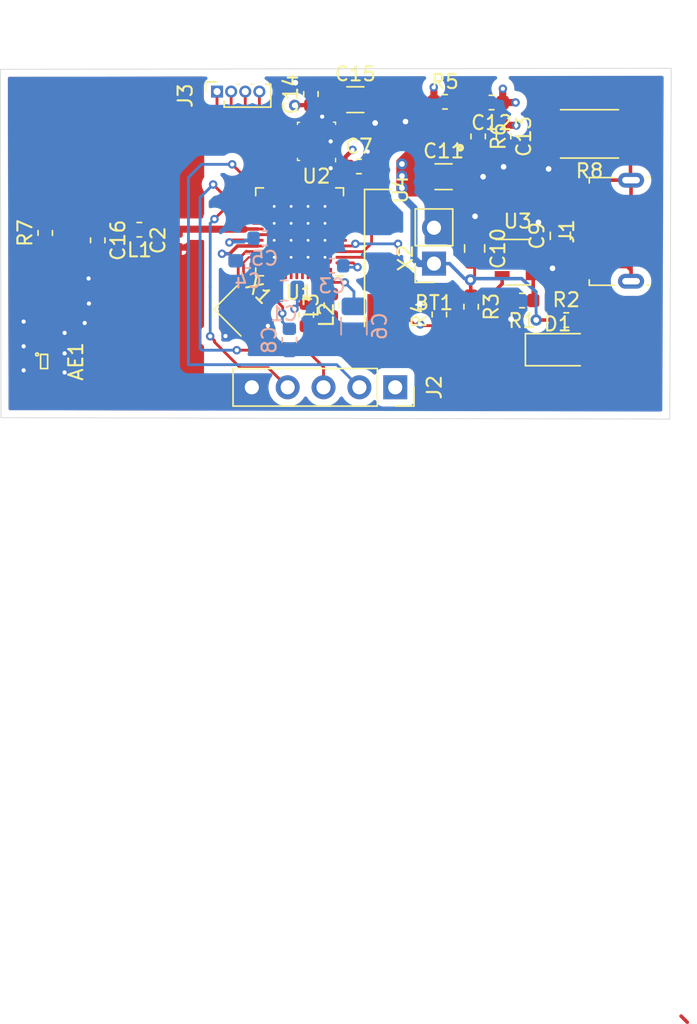
<source format=kicad_pcb>
(kicad_pcb (version 20171130) (host pcbnew 5.1.5-52549c5~84~ubuntu18.04.1)
  (layers (0 F.Cu signal) (1 In1.Cu power) (2 In2.Cu power) (31 B.Cu signal) (34 B.Paste user hide) (35 F.Paste user hide) (36 B.SilkS user hide) (37 F.SilkS user hide) (38 B.Mask user hide) (39 F.Mask user hide) (44 Edge.Cuts user))
  (net 0 "")
  (net 1 /ANT50OHM)
  (net 2 GND)
  (net 3 "Net-(C1-Pad2)")
  (net 4 "Net-(C2-Pad2)")
  (net 5 "Net-(C3-Pad2)")
  (net 6 "Net-(C4-Pad1)")
  (net 7 "Net-(C5-Pad1)")
  (net 8 VDD)
  (net 9 "Net-(C9-Pad1)")
  (net 10 "Net-(BT1-Pad1)")
  (net 11 "Net-(C12-Pad2)")
  (net 12 "Net-(D1-Pad1)")
  (net 13 "Net-(D1-Pad2)")
  (net 14 "Net-(L2-Pad2)")
  (net 15 "Net-(L3-Pad2)")
  (net 16 "Net-(U1-Pad2)")
  (net 17 "Net-(U1-Pad3)")
  (net 18 /Sheet5DAF8601/VBATMEAS)
  (net 19 "Net-(U1-Pad5)")
  (net 20 "Net-(U1-Pad6)")
  (net 21 "Net-(U1-Pad7)")
  (net 22 "Net-(U1-Pad8)")
  (net 23 "Net-(U1-Pad9)")
  (net 24 "Net-(U1-Pad10)")
  (net 25 "Net-(U1-Pad11)")
  (net 26 "Net-(U1-Pad12)")
  (net 27 "Net-(U1-Pad14)")
  (net 28 "Net-(U1-Pad19)")
  (net 29 "Net-(J2-Pad2)")
  (net 30 "Net-(J2-Pad3)")
  (net 31 "Net-(J2-Pad4)")
  (net 32 "Net-(U1-Pad27)")
  (net 33 "Net-(U1-Pad28)")
  (net 34 "Net-(U1-Pad29)")
  (net 35 "Net-(U1-Pad34)")
  (net 36 "Net-(U1-Pad35)")
  (net 37 "Net-(U1-Pad37)")
  (net 38 "Net-(U1-Pad38)")
  (net 39 "Net-(U1-Pad39)")
  (net 40 "Net-(U1-Pad40)")
  (net 41 "Net-(U1-Pad41)")
  (net 42 "Net-(U1-Pad42)")
  (net 43 "Net-(U1-Pad43)")
  (net 44 "Net-(U1-Pad44)")
  (net 45 "Net-(U3-Pad1)")
  (net 46 "Net-(R1-Pad1)")
  (net 47 "Net-(U4-Pad7)")
  (net 48 "Net-(U4-Pad3)")
  (net 49 Earth)
  (net 50 "Net-(J1-Pad2)")
  (net 51 "Net-(J1-Pad3)")
  (net 52 "Net-(J1-Pad4)")
  (net 53 "Net-(J1-Pad6)")
  (net 54 "Net-(U4-Pad2)")
  (net 55 /CS)
  (net 56 /SDI)
  (net 57 /SCK)
  (net 58 /SDO)
  (net 59 "Net-(J3-Pad1)")
  (net 60 "Net-(J3-Pad2)")
  (net 61 "Net-(J3-Pad3)")
  (net 62 "Net-(J3-Pad4)")
  (net 63 "Net-(U1-Pad4)")
  (module Capacitor_SMD:C_0402_1005Metric (layer F.Cu) (at 72.45 77.2 90)
    (fp_text reference C2 (at 0 -1.43 90) (layer F.SilkS))
    (fp_text value 0.8pF)
    (pad 2 smd roundrect (at 0.485 0 90) (size 0.59 0.64) (layers F.Cu F.Paste F.Mask) (net 4 "Net-(C2-Pad2)"))
    (pad 1 smd roundrect (at -0.485 0 90) (size 0.59 0.64) (layers F.Cu F.Paste F.Mask) (net 2 GND))
  )
  (module Capacitor_SMD:C_0805_2012Metric (layer B.Cu) (at 79.95 80.75)
    (fp_text reference C1 (at 0 1.65 180) (layer B.SilkS) (effects (justify mirror)))
    (fp_text value 1.0μF)
    (pad 1 smd roundrect (at -0.9375 0) (size 0.975 1.4) (layers B.Cu B.Paste B.Mask) (net 2 GND))
    (pad 2 smd roundrect (at 0.9375 0) (size 0.975 1.4) (layers B.Cu B.Paste B.Mask) (net 3 "Net-(C1-Pad2)"))
  )
  (module Capacitor_SMD:C_0603_1608Metric (layer B.Cu) (at 83.35 79)
    (fp_text reference C3 (at 0 1.43) (layer B.SilkS) (effects (justify mirror)))
    (fp_text value 100nF)
    (pad 1 smd roundrect (at -0.7875 0) (size 0.875 0.95) (layers B.Cu B.Paste B.Mask) (net 2 GND))
    (pad 2 smd roundrect (at 0.7875 0) (size 0.875 0.95) (layers B.Cu B.Paste B.Mask) (net 5 "Net-(C3-Pad2)"))
  )
  (module Capacitor_SMD:C_0603_1608Metric_Pad1.05x0.95mm_HandSolder (layer B.Cu) (at 77.4 78.65)
    (fp_text reference C4 (at 0 1.43 180) (layer B.SilkS) (effects (justify mirror)))
    (fp_text value DNP)
    (pad 1 smd roundrect (at -0.875 0) (size 1.05 0.95) (layers B.Cu B.Paste B.Mask) (net 6 "Net-(C4-Pad1)"))
    (pad 2 smd roundrect (at 0.875 0) (size 1.05 0.95) (layers B.Cu B.Paste B.Mask) (net 2 GND))
  )
  (module Capacitor_SMD:C_0603_1608Metric (layer B.Cu) (at 78.575 77.05)
    (fp_text reference C5 (at 0 1.43 180) (layer B.SilkS) (effects (justify mirror)))
    (fp_text value 100pF)
    (pad 2 smd roundrect (at 0.7875 0) (size 0.875 0.95) (layers B.Cu B.Paste B.Mask) (net 2 GND))
    (pad 1 smd roundrect (at -0.7875 0) (size 0.875 0.95) (layers B.Cu B.Paste B.Mask) (net 7 "Net-(C5-Pad1)"))
  )
  (module Capacitor_SMD:C_1206_3216Metric (layer B.Cu) (at 84.9 83.275 90)
    (fp_text reference C6 (at 0 1.82 90) (layer B.SilkS) (effects (justify mirror)))
    (fp_text value 4.7μF)
    (pad 1 smd roundrect (at -1.4 0 90) (size 1.25 1.75) (layers B.Cu B.Paste B.Mask) (roundrect_rratio 0.2) (net 2 GND))
    (pad 2 smd roundrect (at 1.4 0 90) (size 1.25 1.75) (layers B.Cu B.Paste B.Mask) (roundrect_rratio 0.2) (net 8 VDD))
  )
  (module Capacitor_SMD:C_0603_1608Metric (layer F.Cu) (at 85.25 71.975)
    (fp_text reference C7 (at 0 -1.43 180) (layer F.SilkS))
    (fp_text value "100 nF")
    (pad 1 smd roundrect (at -0.7875 0) (size 0.875 0.95) (layers F.Cu F.Paste F.Mask) (net 8 VDD))
    (pad 2 smd roundrect (at 0.7875 0) (size 0.875 0.95) (layers F.Cu F.Paste F.Mask) (net 2 GND))
  )
  (module Capacitor_SMD:C_0603_1608Metric (layer B.Cu) (at 80.325 84.25 270)
    (fp_text reference C8 (at 0 1.43 90) (layer B.SilkS) (effects (justify mirror)))
    (fp_text value CAP)
    (pad 2 smd roundrect (at 0.7875 0 270) (size 0.875 0.95) (layers B.Cu B.Paste B.Mask) (net 2 GND))
    (pad 1 smd roundrect (at -0.7875 0 270) (size 0.875 0.95) (layers B.Cu B.Paste B.Mask) (net 8 VDD))
  )
  (module Capacitor_SMD:C_0805_2012Metric (layer F.Cu) (at 99.52 76.88 90)
    (fp_text reference C9 (at 0 -1.65 90) (layer F.SilkS))
    (fp_text value "1 μF")
    (pad 1 smd roundrect (at -0.9375 0 90) (size 0.975 1.4) (layers F.Cu F.Paste F.Mask) (net 9 "Net-(C9-Pad1)"))
    (pad 2 smd roundrect (at 0.9375 0 90) (size 0.975 1.4) (layers F.Cu F.Paste F.Mask) (net 2 GND))
  )
  (module Capacitor_SMD:C_0805_2012Metric (layer F.Cu) (at 93.45 77.78 270)
    (fp_text reference C10 (at 0 -1.65 90) (layer F.SilkS))
    (fp_text value "1 μF")
    (pad 2 smd roundrect (at 0.9375 0 270) (size 0.975 1.4) (layers F.Cu F.Paste F.Mask) (net 10 "Net-(BT1-Pad1)"))
    (pad 1 smd roundrect (at -0.9375 0 270) (size 0.975 1.4) (layers F.Cu F.Paste F.Mask) (net 2 GND))
  )
  (module Capacitor_SMD:C_1206_3216Metric (layer F.Cu) (at 91.25 72.7)
    (fp_text reference C11 (at 0 -1.82) (layer F.SilkS))
    (fp_text value 4,7μF)
    (pad 2 smd roundrect (at 1.4 0) (size 1.25 1.75) (layers F.Cu F.Paste F.Mask) (roundrect_rratio 0.2) (net 2 GND))
    (pad 1 smd roundrect (at -1.4 0) (size 1.25 1.75) (layers F.Cu F.Paste F.Mask) (roundrect_rratio 0.2) (net 10 "Net-(BT1-Pad1)"))
  )
  (module Capacitor_SMD:C_0603_1608Metric (layer F.Cu) (at 94.65 67.45 180)
    (fp_text reference C12 (at 0 -1.43) (layer F.SilkS))
    (fp_text value 100p)
    (pad 2 smd roundrect (at 0.7875 0 180) (size 0.875 0.95) (layers F.Cu F.Paste F.Mask) (net 11 "Net-(C12-Pad2)"))
    (pad 1 smd roundrect (at -0.7875 0 180) (size 0.875 0.95) (layers F.Cu F.Paste F.Mask) (net 8 VDD))
  )
  (module Capacitor_SMD:C_0603_1608Metric (layer F.Cu) (at 95.5 69.85 270)
    (fp_text reference C13 (at 0 -1.43 90) (layer F.SilkS))
    (fp_text value 10μF)
    (pad 1 smd roundrect (at -0.7875 0 270) (size 0.875 0.95) (layers F.Cu F.Paste F.Mask) (net 8 VDD))
    (pad 2 smd roundrect (at 0.7875 0 270) (size 0.875 0.95) (layers F.Cu F.Paste F.Mask) (net 2 GND))
  )
  (module Capacitor_SMD:C_0603_1608Metric (layer F.Cu) (at 81.85 66.85 90)
    (fp_text reference C14 (at 0 -1.43 90) (layer F.SilkS))
    (fp_text value 100nF)
    (pad 1 smd roundrect (at -0.7875 0 90) (size 0.875 0.95) (layers F.Cu F.Paste F.Mask) (net 8 VDD))
    (pad 2 smd roundrect (at 0.7875 0 90) (size 0.875 0.95) (layers F.Cu F.Paste F.Mask) (net 2 GND))
  )
  (module Capacitor_SMD:C_1206_3216Metric (layer F.Cu) (at 85 67.25)
    (fp_text reference C15 (at 0 -1.82) (layer F.SilkS))
    (fp_text value 100nF)
    (pad 1 smd roundrect (at -1.4 0) (size 1.25 1.75) (layers F.Cu F.Paste F.Mask) (roundrect_rratio 0.2) (net 8 VDD))
    (pad 2 smd roundrect (at 1.4 0) (size 1.25 1.75) (layers F.Cu F.Paste F.Mask) (roundrect_rratio 0.2) (net 2 GND))
  )
  (module Capacitor_SMD:C_0603_1608Metric (layer F.Cu) (at 66.75 77.2 270)
    (fp_text reference C16 (at 0 -1.43 90) (layer F.SilkS))
    (fp_text value "CAP - запаюватися не буде")
    (pad 1 smd roundrect (at -0.7875 0 270) (size 0.875 0.95) (layers F.Cu F.Paste F.Mask) (net 1 /ANT50OHM))
    (pad 2 smd roundrect (at 0.7875 0 270) (size 0.875 0.95) (layers F.Cu F.Paste F.Mask) (net 2 GND))
  )
  (module LED_SMD:LED_1206_3216Metric (layer F.Cu) (at 99.33 84.94)
    (fp_text reference D1 (at 0 -1.82) (layer F.SilkS))
    (fp_text value LED)
    (pad 1 smd roundrect (at -1.4 0) (size 1.25 1.75) (layers F.Cu F.Paste F.Mask) (roundrect_rratio 0.2) (net 12 "Net-(D1-Pad1)"))
    (pad 2 smd roundrect (at 1.4 0) (size 1.25 1.75) (layers F.Cu F.Paste F.Mask) (roundrect_rratio 0.2) (net 13 "Net-(D1-Pad2)"))
  )
  (module Inductor_SMD:L_0603_1608Metric (layer F.Cu) (at 69.7 76.45 180)
    (fp_text reference L1 (at 0 -1.43) (layer F.SilkS))
    (fp_text value 3.9nH)
    (pad 1 smd roundrect (at -0.7875 0 180) (size 0.875 0.95) (layers F.Cu F.Paste F.Mask) (net 4 "Net-(C2-Pad2)"))
    (pad 2 smd roundrect (at 0.7875 0 180) (size 0.875 0.95) (layers F.Cu F.Paste F.Mask) (net 1 /ANT50OHM))
  )
  (module Inductor_SMD:L_0603_1608Metric (layer F.Cu) (at 81.525 82.475 270)
    (fp_text reference L2 (at 0 -1.43 90) (layer F.SilkS))
    (fp_text value 15nH)
    (pad 1 smd roundrect (at -0.7875 0 270) (size 0.875 0.95) (layers F.Cu F.Paste F.Mask) (net 3 "Net-(C1-Pad2)"))
    (pad 2 smd roundrect (at 0.7875 0 270) (size 0.875 0.95) (layers F.Cu F.Paste F.Mask) (net 14 "Net-(L2-Pad2)"))
  )
  (module Inductor_SMD:L_0603_1608Metric (layer F.Cu) (at 83.3 81.8 90)
    (fp_text reference L3 (at 0 -1.43 90) (layer F.SilkS))
    (fp_text value 10μH)
    (pad 2 smd roundrect (at 0.7875 0 90) (size 0.875 0.95) (layers F.Cu F.Paste F.Mask) (net 15 "Net-(L3-Pad2)"))
    (pad 1 smd roundrect (at -0.7875 0 90) (size 0.875 0.95) (layers F.Cu F.Paste F.Mask) (net 14 "Net-(L2-Pad2)"))
  )
  (module Package_LGA:Bosch_LGA-8_2.5x2.5mm_P0.65mm_ClockwisePinNumbering (layer F.Cu) (at 82.25 70.2 180)
    (fp_text reference U2 (at 0.015 -2.465) (layer F.SilkS))
    (fp_text value BME280)
    (pad 4 smd rect (at 0.975 -1.025 270) (size 0.5 0.35) (layers F.Cu F.Paste F.Mask) (net 57 /SCK))
    (pad 3 smd rect (at 0.325 -1.025 270) (size 0.5 0.35) (layers F.Cu F.Paste F.Mask) (net 56 /SDI))
    (pad 2 smd rect (at -0.325 -1.025 270) (size 0.5 0.35) (layers F.Cu F.Paste F.Mask) (net 55 /CS))
    (pad 1 smd rect (at -0.975 -1.025 270) (size 0.5 0.35) (layers F.Cu F.Paste F.Mask) (net 2 GND))
    (pad 8 smd rect (at -0.975 1.025 270) (size 0.5 0.35) (layers F.Cu F.Paste F.Mask) (net 8 VDD))
    (pad 7 smd rect (at -0.325 1.025 270) (size 0.5 0.35) (layers F.Cu F.Paste F.Mask) (net 2 GND))
    (pad 6 smd rect (at 0.325 1.025 270) (size 0.5 0.35) (layers F.Cu F.Paste F.Mask) (net 8 VDD))
    (pad 5 smd rect (at 0.975 1.025 270) (size 0.5 0.35) (layers F.Cu F.Paste F.Mask) (net 58 /SDO))
  )
  (module Package_TO_SOT_SMD:SOT-23-6 (layer F.Cu) (at 96.5 78.75)
    (fp_text reference U3 (at 0 -2.9) (layer F.SilkS))
    (fp_text value BQ21040DBVR)
    (pad 1 smd rect (at -1.1 -0.95) (size 1.06 0.65) (layers F.Cu F.Paste F.Mask) (net 45 "Net-(U3-Pad1)"))
    (pad 2 smd rect (at -1.1 0) (size 1.06 0.65) (layers F.Cu F.Paste F.Mask) (net 10 "Net-(BT1-Pad1)"))
    (pad 3 smd rect (at -1.1 0.95) (size 1.06 0.65) (layers F.Cu F.Paste F.Mask) (net 12 "Net-(D1-Pad1)"))
    (pad 4 smd rect (at 1.1 0.95) (size 1.06 0.65) (layers F.Cu F.Paste F.Mask) (net 46 "Net-(R1-Pad1)"))
    (pad 6 smd rect (at 1.1 -0.95) (size 1.06 0.65) (layers F.Cu F.Paste F.Mask) (net 9 "Net-(C9-Pad1)"))
    (pad 5 smd rect (at 1.1 0) (size 1.06 0.65) (layers F.Cu F.Paste F.Mask) (net 2 GND))
  )
  (module "XCL209F083DR :XCL209F083DR" (layer F.Cu) (at 90.75 69.8 90)
    (fp_text reference U4 (at -3.81 -2.54 90) (layer F.SilkS))
    (fp_text value XCL209F083DR)
    (pad 5 smd rect (at 1 -1.155) (size 0.4 0.35) (layers F.Cu F.Paste F.Mask) (net 2 GND))
    (pad 6 smd rect (at 0.35 -1.155 90) (size 0.35 0.4) (layers F.Cu F.Paste F.Mask) (net 10 "Net-(BT1-Pad1)"))
    (pad 8 smd rect (at -0.95 -1.155 90) (size 0.35 0.4) (layers F.Cu F.Paste F.Mask) (net 10 "Net-(BT1-Pad1)"))
    (pad 1 smd rect (at -0.9 1.055 180) (size 0.4 0.45) (layers F.Cu F.Paste F.Mask) (net 2 GND))
    (pad 7 smd rect (at -0.3 -1.155 90) (size 0.35 0.4) (layers F.Cu F.Paste F.Mask) (net 47 "Net-(U4-Pad7)"))
    (pad 2 smd rect (at -0.3 1.055 90) (size 0.35 0.4) (layers F.Cu F.Paste F.Mask) (net 54 "Net-(U4-Pad2)"))
    (pad 3 smd rect (at 0.35 1.055 270) (size 0.35 0.4) (layers F.Cu F.Paste F.Mask) (net 48 "Net-(U4-Pad3)"))
    (pad 4 smd rect (at 1 1.055 270) (size 0.35 0.4) (layers F.Cu F.Paste F.Mask) (net 11 "Net-(C12-Pad2)"))
    (pad 9 connect rect (at -1.24 -0.02 270) (size 0.25 0.35) (layers F.Cu F.Mask) (net 54 "Net-(U4-Pad2)"))
    (pad 10 smd rect (at 0.71 -0.02) (size 1.25 0.9) (layers F.Cu F.Paste F.Mask) (net 8 VDD))
    (pad 9 smd rect (at -0.67 -0.02 180) (size 1.25 0.9) (layers F.Cu F.Paste F.Mask) (net 54 "Net-(U4-Pad2)"))
    (pad 10 connect rect (at 1.29 -0.02 270) (size 0.25 0.35) (layers F.Cu F.Mask) (net 8 VDD))
  )
  (module Crystal:Crystal_SMD_2016-4Pin_2.0x1.6mm (layer F.Cu) (at 76.75 82.2 315)
    (fp_text reference X1 (at 0 -2 135) (layer F.SilkS))
    (fp_text value 32MHz)
    (pad 1 smd rect (at -0.7 0.55 315) (size 0.9 0.8) (layers F.Cu F.Paste F.Mask) (net 35 "Net-(U1-Pad34)"))
    (pad 2 smd rect (at 0.7 0.55 315) (size 0.9 0.8) (layers F.Cu F.Paste F.Mask) (net 2 GND))
    (pad 3 smd rect (at 0.7 -0.55 315) (size 0.9 0.8) (layers F.Cu F.Paste F.Mask) (net 36 "Net-(U1-Pad35)"))
    (pad 4 smd rect (at -0.7 -0.55 315) (size 0.9 0.8) (layers F.Cu F.Paste F.Mask))
  )
  (module Crystal:Crystal_SMD_SeikoEpson_MC146-4Pin_6.7x1.5mm_HandSoldering (layer F.Cu) (at 86.6 78.45 270)
    (fp_text reference X2 (at 0 -1.95 90) (layer F.SilkS))
    (fp_text value "32,768 kHz")
    (pad 1 smd rect (at -3.6 0.45 270) (size 2.1 0.6) (layers F.Cu F.Paste F.Mask) (net 17 "Net-(U1-Pad3)"))
    (pad 2 smd rect (at 3.6 0.45 270) (size 2.1 0.6) (layers F.Cu F.Paste F.Mask) (net 49 Earth))
    (pad 3 smd rect (at 3.6 -0.45 270) (size 2.1 0.6) (layers F.Cu F.Paste F.Mask) (net 16 "Net-(U1-Pad2)"))
    (pad 4 smd rect (at -3.6 -0.45 270) (size 2.1 0.6) (layers F.Cu F.Paste F.Mask))
  )
  (module Connector_PinSocket_2.54mm:PinSocket_1x02_P2.54mm_Vertical (layer F.Cu) (at 90.57 78.85 180)
    (fp_text reference BT1 (at 0 -2.77) (layer F.SilkS))
    (fp_text value Battery)
    (pad 1 thru_hole rect (at 0 0 180) (size 1.7 1.7) (drill 1) (layers *.Cu *.Mask) (net 10 "Net-(BT1-Pad1)"))
    (pad 2 thru_hole oval (at 0 2.54 180) (size 1.7 1.7) (drill 1) (layers *.Cu *.Mask) (net 2 GND))
  )
  (module USB3076-30-A:USB_Micro-B_Molex_47346-0001 (layer F.Cu) (at 104.53 76.52 90)
    (fp_text reference J1 (at -0.05 -4.55 270) (layer F.SilkS))
    (fp_text value USB_B_Micro)
    (pad 2 smd rect (at -0.65 -2.65 90) (size 0.4 1.45) (layers F.Cu F.Paste F.Mask) (net 50 "Net-(J1-Pad2)"))
    (pad 3 smd rect (at 0 -2.65 90) (size 0.4 1.45) (layers F.Cu F.Paste F.Mask) (net 51 "Net-(J1-Pad3)"))
    (pad 4 smd rect (at 0.65 -2.65 90) (size 0.4 1.45) (layers F.Cu F.Paste F.Mask) (net 52 "Net-(J1-Pad4)"))
    (pad 5 smd rect (at 1.3 -2.65 90) (size 0.4 1.45) (layers F.Cu F.Paste F.Mask) (net 2 GND))
    (pad 6 smd rect (at -2.5375 -2.23 90) (size 1.15 1.45) (layers F.Cu F.Paste F.Mask) (net 53 "Net-(J1-Pad6)"))
    (pad 6 smd rect (at 2.4375 -2.23 90) (size 1.15 1.45) (layers F.Cu F.Paste F.Mask) (net 53 "Net-(J1-Pad6)"))
    (pad 6 thru_hole oval (at -3.575 0 180) (size 1.85 1.05) (drill oval 1.25 0.45) (layers *.Cu *.Mask) (net 53 "Net-(J1-Pad6)"))
    (pad 6 smd rect (at -1.125 0 90) (size 1.75 1.9) (layers F.Cu F.Paste F.Mask) (net 53 "Net-(J1-Pad6)"))
    (pad 6 smd rect (at 1.125 0 90) (size 1.75 1.9) (layers F.Cu F.Paste F.Mask) (net 53 "Net-(J1-Pad6)"))
    (pad 6 thru_hole oval (at 3.575 0 180) (size 1.85 1.05) (drill oval 1.25 0.45) (layers *.Cu *.Mask) (net 53 "Net-(J1-Pad6)"))
    (pad 1 smd rect (at -1.3 -2.65 90) (size 0.4 1.45) (layers F.Cu F.Paste F.Mask) (net 9 "Net-(C9-Pad1)"))
  )
  (module Connector_PinSocket_2.54mm:PinSocket_1x05_P2.54mm_Vertical (layer F.Cu) (at 87.825 87.6 270)
    (fp_text reference J2 (at 0 -2.77 90) (layer F.SilkS))
    (fp_text value Conn_01x05_Male)
    (pad 1 thru_hole rect (at 0 0 270) (size 1.7 1.7) (drill 1) (layers *.Cu *.Mask) (net 8 VDD))
    (pad 2 thru_hole oval (at 0 2.54 270) (size 1.7 1.7) (drill 1) (layers *.Cu *.Mask) (net 29 "Net-(J2-Pad2)"))
    (pad 3 thru_hole oval (at 0 5.08 270) (size 1.7 1.7) (drill 1) (layers *.Cu *.Mask) (net 30 "Net-(J2-Pad3)"))
    (pad 4 thru_hole oval (at 0 7.62 270) (size 1.7 1.7) (drill 1) (layers *.Cu *.Mask) (net 31 "Net-(J2-Pad4)"))
    (pad 5 thru_hole oval (at 0 10.16 270) (size 1.7 1.7) (drill 1) (layers *.Cu *.Mask) (net 2 GND))
  )
  (module Resistor_SMD:R_0603_1608Metric (layer F.Cu) (at 96.81 81.46 180)
    (fp_text reference R1 (at 0 -1.43) (layer F.SilkS))
    (fp_text value 0.675-10.8kOhm)
    (pad 2 smd roundrect (at 0.7875 0 180) (size 0.875 0.95) (layers F.Cu F.Paste F.Mask) (net 2 GND))
    (pad 1 smd roundrect (at -0.7875 0 180) (size 0.875 0.95) (layers F.Cu F.Paste F.Mask) (net 46 "Net-(R1-Pad1)"))
  )
  (module Resistor_SMD:R_0603_1608Metric (layer F.Cu) (at 99.94 82.84)
    (fp_text reference R2 (at 0 -1.43) (layer F.SilkS))
    (fp_text value "R CHG")
    (pad 1 smd roundrect (at -0.7875 0) (size 0.875 0.95) (layers F.Cu F.Paste F.Mask) (net 10 "Net-(BT1-Pad1)"))
    (pad 2 smd roundrect (at 0.7875 0) (size 0.875 0.95) (layers F.Cu F.Paste F.Mask) (net 13 "Net-(D1-Pad2)"))
  )
  (module Resistor_SMD:R_0603_1608Metric (layer F.Cu) (at 93.2 81.9 270)
    (fp_text reference R3 (at 0 -1.43 90) (layer F.SilkS))
    (fp_text value 10kOhm)
    (pad 2 smd roundrect (at 0.7875 0 270) (size 0.875 0.95) (layers F.Cu F.Paste F.Mask) (net 18 /Sheet5DAF8601/VBATMEAS))
    (pad 1 smd roundrect (at -0.7875 0 270) (size 0.875 0.95) (layers F.Cu F.Paste F.Mask) (net 10 "Net-(BT1-Pad1)"))
  )
  (module Resistor_SMD:R_0603_1608Metric (layer F.Cu) (at 90.95 82.45 90)
    (fp_text reference R4 (at 0 -1.43 90) (layer F.SilkS))
    (fp_text value 10kOhm)
    (pad 1 smd roundrect (at -0.7875 0 90) (size 0.875 0.95) (layers F.Cu F.Paste F.Mask) (net 18 /Sheet5DAF8601/VBATMEAS))
    (pad 2 smd roundrect (at 0.7875 0 90) (size 0.875 0.95) (layers F.Cu F.Paste F.Mask) (net 2 GND))
  )
  (module Resistor_SMD:R_0603_1608Metric (layer F.Cu) (at 91.35 67.4)
    (fp_text reference R5 (at 0 -1.43) (layer F.SilkS))
    (fp_text value 470k)
    (pad 2 smd roundrect (at 0.7875 0) (size 0.875 0.95) (layers F.Cu F.Paste F.Mask) (net 11 "Net-(C12-Pad2)"))
    (pad 1 smd roundrect (at -0.7875 0) (size 0.875 0.95) (layers F.Cu F.Paste F.Mask) (net 8 VDD))
  )
  (module Resistor_SMD:R_0603_1608Metric (layer F.Cu) (at 93.7 69.85 270)
    (fp_text reference R6 (at 0 -1.43 90) (layer F.SilkS))
    (fp_text value 150k)
    (pad 1 smd roundrect (at -0.7875 0 270) (size 0.875 0.95) (layers F.Cu F.Paste F.Mask) (net 11 "Net-(C12-Pad2)"))
    (pad 2 smd roundrect (at 0.7875 0 270) (size 0.875 0.95) (layers F.Cu F.Paste F.Mask) (net 2 GND))
  )
  (module Resistor_SMD:R_0603_1608Metric (layer F.Cu) (at 63.03 76.68 90)
    (fp_text reference R7 (at 0 -1.43 90) (layer F.SilkS))
    (fp_text value "0 ohm")
    (pad 1 smd roundrect (at -0.7875 0 90) (size 0.875 0.95) (layers F.Cu F.Paste F.Mask) (net 1 /ANT50OHM))
    (pad 2 smd roundrect (at 0.7875 0 90) (size 0.875 0.95) (layers F.Cu F.Paste F.Mask) (net 2 GND))
  )
  (module Resistor_SMD:R_2512_6332Metric (layer F.Cu) (at 101.59 69.67 180)
    (fp_text reference R8 (at 0 -2.62) (layer F.SilkS))
    (fp_text value "1 M")
    (pad 1 smd roundrect (at -2.9 0 180) (size 1.35 3.35) (layers F.Cu F.Paste F.Mask) (roundrect_rratio 0.185185) (net 53 "Net-(J1-Pad6)"))
    (pad 2 smd roundrect (at 2.9 0 180) (size 1.35 3.35) (layers F.Cu F.Paste F.Mask) (roundrect_rratio 0.185185) (net 2 GND))
  )
  (module Package_DFN_QFN:QFN-48-1EP_6x6mm_P0.4mm_EP4.6x4.6mm_ThermalVias (layer F.Cu) (at 81.05 76.6 180)
    (fp_text reference U1 (at 0 -4.3) (layer F.SilkS))
    (fp_text value nRF52832-QFxx_own)
    (pad 49 smd roundrect (at 0 0 180) (size 4.6 4.6) (layers F.Cu F.Mask) (roundrect_rratio 0.054348) (net 2 GND))
    (pad 49 thru_hole circle (at -1.8 -1.8 180) (size 0.5 0.5) (drill 0.2) (layers *.Cu) (net 2 GND))
    (pad 49 thru_hole circle (at -0.6 -1.8 180) (size 0.5 0.5) (drill 0.2) (layers *.Cu) (net 2 GND))
    (pad 49 thru_hole circle (at 0.6 -1.8 180) (size 0.5 0.5) (drill 0.2) (layers *.Cu) (net 2 GND))
    (pad 49 thru_hole circle (at 1.8 -1.8 180) (size 0.5 0.5) (drill 0.2) (layers *.Cu) (net 2 GND))
    (pad 49 thru_hole circle (at -1.8 -0.6 180) (size 0.5 0.5) (drill 0.2) (layers *.Cu) (net 2 GND))
    (pad 49 thru_hole circle (at -0.6 -0.6 180) (size 0.5 0.5) (drill 0.2) (layers *.Cu) (net 2 GND))
    (pad 49 thru_hole circle (at 0.6 -0.6 180) (size 0.5 0.5) (drill 0.2) (layers *.Cu) (net 2 GND))
    (pad 49 thru_hole circle (at 1.8 -0.6 180) (size 0.5 0.5) (drill 0.2) (layers *.Cu) (net 2 GND))
    (pad 49 thru_hole circle (at -1.8 0.6 180) (size 0.5 0.5) (drill 0.2) (layers *.Cu) (net 2 GND))
    (pad 49 thru_hole circle (at -0.6 0.6 180) (size 0.5 0.5) (drill 0.2) (layers *.Cu) (net 2 GND))
    (pad 49 thru_hole circle (at 0.6 0.6 180) (size 0.5 0.5) (drill 0.2) (layers *.Cu) (net 2 GND))
    (pad 49 thru_hole circle (at 1.8 0.6 180) (size 0.5 0.5) (drill 0.2) (layers *.Cu) (net 2 GND))
    (pad 49 thru_hole circle (at -1.8 1.8 180) (size 0.5 0.5) (drill 0.2) (layers *.Cu) (net 2 GND))
    (pad 49 thru_hole circle (at -0.6 1.8 180) (size 0.5 0.5) (drill 0.2) (layers *.Cu) (net 2 GND))
    (pad 49 thru_hole circle (at 0.6 1.8 180) (size 0.5 0.5) (drill 0.2) (layers *.Cu) (net 2 GND))
    (pad 49 thru_hole circle (at 1.8 1.8 180) (size 0.5 0.5) (drill 0.2) (layers *.Cu) (net 2 GND))
    (pad 49 smd roundrect (at 0 0 180) (size 4.1 4.1) (layers B.Cu) (roundrect_rratio 0.060976) (net 2 GND))
    (pad 1 smd roundrect (at -2.95 -2.2 180) (size 0.8 0.2) (layers F.Cu F.Paste F.Mask) (net 5 "Net-(C3-Pad2)"))
    (pad 2 smd roundrect (at -2.95 -1.8 180) (size 0.8 0.2) (layers F.Cu F.Paste F.Mask) (net 16 "Net-(U1-Pad2)"))
    (pad 3 smd roundrect (at -2.95 -1.4 180) (size 0.8 0.2) (layers F.Cu F.Paste F.Mask) (net 17 "Net-(U1-Pad3)"))
    (pad 4 smd roundrect (at -2.95 -1 180) (size 0.8 0.2) (layers F.Cu F.Paste F.Mask) (net 63 "Net-(U1-Pad4)"))
    (pad 5 smd roundrect (at -2.95 -0.6 180) (size 0.8 0.2) (layers F.Cu F.Paste F.Mask) (net 19 "Net-(U1-Pad5)"))
    (pad 6 smd roundrect (at -2.95 -0.2 180) (size 0.8 0.2) (layers F.Cu F.Paste F.Mask) (net 20 "Net-(U1-Pad6)"))
    (pad 7 smd roundrect (at -2.95 0.2 180) (size 0.8 0.2) (layers F.Cu F.Paste F.Mask) (net 21 "Net-(U1-Pad7)"))
    (pad 8 smd roundrect (at -2.95 0.6 180) (size 0.8 0.2) (layers F.Cu F.Paste F.Mask) (net 22 "Net-(U1-Pad8)"))
    (pad 9 smd roundrect (at -2.95 1 180) (size 0.8 0.2) (layers F.Cu F.Paste F.Mask) (net 23 "Net-(U1-Pad9)"))
    (pad 10 smd roundrect (at -2.95 1.4 180) (size 0.8 0.2) (layers F.Cu F.Paste F.Mask) (net 24 "Net-(U1-Pad10)"))
    (pad 11 smd roundrect (at -2.95 1.8 180) (size 0.8 0.2) (layers F.Cu F.Paste F.Mask) (net 25 "Net-(U1-Pad11)"))
    (pad 12 smd roundrect (at -2.95 2.2 180) (size 0.8 0.2) (layers F.Cu F.Paste F.Mask) (net 26 "Net-(U1-Pad12)"))
    (pad 13 smd roundrect (at -2.2 2.95 180) (size 0.2 0.8) (layers F.Cu F.Paste F.Mask) (net 8 VDD))
    (pad 14 smd roundrect (at -1.8 2.95 180) (size 0.2 0.8) (layers F.Cu F.Paste F.Mask) (net 27 "Net-(U1-Pad14)"))
    (pad 15 smd roundrect (at -1.4 2.95 180) (size 0.2 0.8) (layers F.Cu F.Paste F.Mask) (net 55 /CS))
    (pad 16 smd roundrect (at -1 2.95 180) (size 0.2 0.8) (layers F.Cu F.Paste F.Mask) (net 56 /SDI))
    (pad 17 smd roundrect (at -0.6 2.95 180) (size 0.2 0.8) (layers F.Cu F.Paste F.Mask) (net 57 /SCK))
    (pad 18 smd roundrect (at -0.2 2.95 180) (size 0.2 0.8) (layers F.Cu F.Paste F.Mask) (net 58 /SDO))
    (pad 19 smd roundrect (at 0.2 2.95 180) (size 0.2 0.8) (layers F.Cu F.Paste F.Mask) (net 28 "Net-(U1-Pad19)"))
    (pad 20 smd roundrect (at 0.6 2.95 180) (size 0.2 0.8) (layers F.Cu F.Paste F.Mask) (net 62 "Net-(J3-Pad4)"))
    (pad 21 smd roundrect (at 1 2.95 180) (size 0.2 0.8) (layers F.Cu F.Paste F.Mask) (net 61 "Net-(J3-Pad3)"))
    (pad 22 smd roundrect (at 1.4 2.95 180) (size 0.2 0.8) (layers F.Cu F.Paste F.Mask) (net 60 "Net-(J3-Pad2)"))
    (pad 23 smd roundrect (at 1.8 2.95 180) (size 0.2 0.8) (layers F.Cu F.Paste F.Mask) (net 59 "Net-(J3-Pad1)"))
    (pad 24 smd roundrect (at 2.2 2.95 180) (size 0.2 0.8) (layers F.Cu F.Paste F.Mask) (net 29 "Net-(J2-Pad2)"))
    (pad 25 smd roundrect (at 2.95 2.2 180) (size 0.8 0.2) (layers F.Cu F.Paste F.Mask) (net 30 "Net-(J2-Pad3)"))
    (pad 26 smd roundrect (at 2.95 1.8 180) (size 0.8 0.2) (layers F.Cu F.Paste F.Mask) (net 31 "Net-(J2-Pad4)"))
    (pad 27 smd roundrect (at 2.95 1.4 180) (size 0.8 0.2) (layers F.Cu F.Paste F.Mask) (net 32 "Net-(U1-Pad27)"))
    (pad 28 smd roundrect (at 2.95 1 180) (size 0.8 0.2) (layers F.Cu F.Paste F.Mask) (net 33 "Net-(U1-Pad28)"))
    (pad 29 smd roundrect (at 2.95 0.6 180) (size 0.8 0.2) (layers F.Cu F.Paste F.Mask) (net 34 "Net-(U1-Pad29)"))
    (pad 30 smd roundrect (at 2.95 0.2 180) (size 0.8 0.2) (layers F.Cu F.Paste F.Mask) (net 4 "Net-(C2-Pad2)"))
    (pad 31 smd roundrect (at 2.95 -0.2 180) (size 0.8 0.2) (layers F.Cu F.Paste F.Mask) (net 2 GND))
    (pad 32 smd roundrect (at 2.95 -0.6 180) (size 0.8 0.2) (layers F.Cu F.Paste F.Mask) (net 7 "Net-(C5-Pad1)"))
    (pad 33 smd roundrect (at 2.95 -1 180) (size 0.8 0.2) (layers F.Cu F.Paste F.Mask) (net 6 "Net-(C4-Pad1)"))
    (pad 34 smd roundrect (at 2.95 -1.4 180) (size 0.8 0.2) (layers F.Cu F.Paste F.Mask) (net 35 "Net-(U1-Pad34)"))
    (pad 35 smd roundrect (at 2.95 -1.8 180) (size 0.8 0.2) (layers F.Cu F.Paste F.Mask) (net 36 "Net-(U1-Pad35)"))
    (pad 36 smd roundrect (at 2.95 -2.2 180) (size 0.8 0.2) (layers F.Cu F.Paste F.Mask) (net 8 VDD))
    (pad 37 smd roundrect (at 2.2 -2.95 180) (size 0.2 0.8) (layers F.Cu F.Paste F.Mask) (net 37 "Net-(U1-Pad37)"))
    (pad 38 smd roundrect (at 1.8 -2.95 180) (size 0.2 0.8) (layers F.Cu F.Paste F.Mask) (net 38 "Net-(U1-Pad38)"))
    (pad 39 smd roundrect (at 1.4 -2.95 180) (size 0.2 0.8) (layers F.Cu F.Paste F.Mask) (net 39 "Net-(U1-Pad39)"))
    (pad 40 smd roundrect (at 1 -2.95 180) (size 0.2 0.8) (layers F.Cu F.Paste F.Mask) (net 40 "Net-(U1-Pad40)"))
    (pad 41 smd roundrect (at 0.6 -2.95 180) (size 0.2 0.8) (layers F.Cu F.Paste F.Mask) (net 41 "Net-(U1-Pad41)"))
    (pad 42 smd roundrect (at 0.2 -2.95 180) (size 0.2 0.8) (layers F.Cu F.Paste F.Mask) (net 42 "Net-(U1-Pad42)"))
    (pad 43 smd roundrect (at -0.2 -2.95 180) (size 0.2 0.8) (layers F.Cu F.Paste F.Mask) (net 43 "Net-(U1-Pad43)"))
    (pad 44 smd roundrect (at -0.6 -2.95 180) (size 0.2 0.8) (layers F.Cu F.Paste F.Mask) (net 44 "Net-(U1-Pad44)"))
    (pad 45 smd roundrect (at -1 -2.95 180) (size 0.2 0.8) (layers F.Cu F.Paste F.Mask) (net 2 GND))
    (pad 46 smd roundrect (at -1.4 -2.95 180) (size 0.2 0.8) (layers F.Cu F.Paste F.Mask) (net 3 "Net-(C1-Pad2)"))
    (pad 47 smd roundrect (at -1.8 -2.95 180) (size 0.2 0.8) (layers F.Cu F.Paste F.Mask) (net 15 "Net-(L3-Pad2)"))
    (pad 48 smd roundrect (at -2.2 -2.95 180) (size 0.2 0.8) (layers F.Cu F.Paste F.Mask) (net 8 VDD))
  )
  (module Antenova:SRCW004 (layer F.Cu) (at 62.95 85.775 270)
    (fp_text reference AE1 (at 0 -2.25 90) (layer F.SilkS))
    (fp_text value Antenna)
    (pad 1 smd rect (at -0.5 0 270) (size 0.6 0.5) (layers F.Cu F.Paste F.Mask) (net 1 /ANT50OHM))
    (pad 2 smd rect (at 0.5 0 270) (size 0.6 0.5) (layers F.Cu F.Paste F.Mask) (net 2 GND))
  )
  (module Connector_PinSocket_1.00mm:PinSocket_1x04_P1.00mm_Vertical (layer F.Cu) (at 75.2 66.675 90)
    (fp_text reference J3 (at -0.29 -2.25 90) (layer F.SilkS))
    (fp_text value Conn_01x04_Male)
    (pad 1 thru_hole rect (at 0 0 90) (size 0.85 0.85) (drill 0.5) (layers *.Cu *.Mask) (net 59 "Net-(J3-Pad1)"))
    (pad 2 thru_hole oval (at 0 1 90) (size 0.85 0.85) (drill 0.5) (layers *.Cu *.Mask) (net 60 "Net-(J3-Pad2)"))
    (pad 3 thru_hole oval (at 0 2 90) (size 0.85 0.85) (drill 0.5) (layers *.Cu *.Mask) (net 61 "Net-(J3-Pad3)"))
    (pad 4 thru_hole oval (at 0 3 90) (size 0.85 0.85) (drill 0.5) (layers *.Cu *.Mask) (net 62 "Net-(J3-Pad4)"))
  )
  (gr_line (start 107.375 65.025) (end 107.275 89.85) (layer Edge.Cuts) (width 0.05))
  (gr_line (start 59.9 89.75) (end 107.275 89.85) (layer Edge.Cuts) (width 0.05))
  (gr_line (start 59.85 65.1) (end 59.9 89.75) (layer Edge.Cuts) (width 0.05))
  (gr_line (start 59.85 65.1) (end 107.375 65.025) (layer Edge.Cuts) (width 0.05))
  (segment (start 108.513553 132.526447) (end 108.07501 132.087904) (width 0.25) (layer F.Cu) (net 0))
  (segment (start 62.96 82.1) (end 64.76 82.1) (width 0.5) (layer F.Cu) (net 1))
  (segment (start 62.96 82.96) (end 62.96 77.55) (width 0.5) (layer F.Cu) (net 1))
  (segment (start 62.96 85.05) (end 62.96 82.96) (width 0.5) (layer F.Cu) (net 1))
  (segment (start 64.76 82.1) (end 64.76 76.47) (width 0.5) (layer F.Cu) (net 1))
  (segment (start 64.76 76.47) (end 67.06 76.47) (width 0.5) (layer F.Cu) (net 1))
  (segment (start 68.875 76.4125) (end 68.9125 76.45) (width 0.25) (layer F.Cu) (net 1))
  (segment (start 66.75 76.4125) (end 68.875 76.4125) (width 0.5) (layer F.Cu) (net 1))
  (via (at 66.125 81.675) (size 0.6) (drill 0.3) (layers F.Cu B.Cu) (net 2))
  (via (at 65.825 83.05) (size 0.6) (drill 0.3) (layers F.Cu B.Cu) (net 2))
  (segment (start 62.97 86.62) (end 62.97 86.97) (width 0.5) (layer F.Cu) (net 2))
  (segment (start 62.97 86.26) (end 62.97 86.62) (width 0.5) (layer F.Cu) (net 2))
  (via (at 64.4 86.55) (size 0.6) (drill 0.3) (layers F.Cu B.Cu) (net 2))
  (via (at 61.5 82.95) (size 0.6) (drill 0.3) (layers F.Cu B.Cu) (net 2))
  (via (at 61.5 84.7) (size 0.6) (drill 0.3) (layers F.Cu B.Cu) (net 2))
  (via (at 61.5 86.4) (size 0.6) (drill 0.3) (layers F.Cu B.Cu) (net 2))
  (via (at 64.4 83.75) (size 0.6) (drill 0.3) (layers F.Cu B.Cu) (net 2))
  (via (at 64.4 85.2) (size 0.6) (drill 0.3) (layers F.Cu B.Cu) (net 2))
  (segment (start 63.03 75.8925) (end 63.03 74.75) (width 0.5) (layer F.Cu) (net 2))
  (via (at 96.03 82.78) (size 0.8) (drill 0.4) (layers F.Cu B.Cu) (net 2))
  (segment (start 96.0225 81.46) (end 96.0225 82.7725) (width 0.25) (layer F.Cu) (net 2))
  (segment (start 96.0225 82.7725) (end 96.03 82.78) (width 0.25) (layer F.Cu) (net 2))
  (via (at 97.97 75.93) (size 0.8) (drill 0.4) (layers F.Cu B.Cu) (net 2))
  (segment (start 99.52 75.9425) (end 97.9825 75.9425) (width 0.25) (layer F.Cu) (net 2))
  (segment (start 97.9825 75.9425) (end 97.97 75.93) (width 0.25) (layer F.Cu) (net 2))
  (segment (start 98.38 78.75) (end 98.81 79.18) (width 0.25) (layer F.Cu) (net 2))
  (segment (start 97.6 78.75) (end 98.38 78.75) (width 0.25) (layer F.Cu) (net 2))
  (via (at 98.97 79.18) (size 0.8) (drill 0.4) (layers F.Cu B.Cu) (net 2))
  (segment (start 98.81 79.18) (end 98.97 79.18) (width 0.25) (layer F.Cu) (net 2))
  (via (at 93.48 75.5) (size 0.8) (drill 0.4) (layers F.Cu B.Cu) (net 2))
  (segment (start 93.45 76.8425) (end 93.45 75.53) (width 0.5) (layer F.Cu) (net 2))
  (segment (start 93.45 75.53) (end 93.48 75.5) (width 0.25) (layer F.Cu) (net 2))
  (segment (start 100.2425 75.22) (end 99.52 75.9425) (width 0.25) (layer F.Cu) (net 2))
  (segment (start 101.88 75.22) (end 100.2425 75.22) (width 0.25) (layer F.Cu) (net 2))
  (via (at 98.69 72.15) (size 0.8) (drill 0.4) (layers F.Cu B.Cu) (net 2))
  (segment (start 98.69 69.67) (end 98.69 72.15) (width 0.25) (layer F.Cu) (net 2))
  (via (at 66.1 79.9) (size 0.6) (drill 0.3) (layers F.Cu B.Cu) (net 2))
  (via (at 94.05 72.7) (size 0.8) (drill 0.4) (layers F.Cu B.Cu) (net 2))
  (segment (start 92.65 72.7) (end 94.05 72.7) (width 0.45) (layer F.Cu) (net 2))
  (segment (start 93.6375 70.7) (end 93.7 70.6375) (width 0.25) (layer F.Cu) (net 2))
  (segment (start 91.805 70.7) (end 93.6375 70.7) (width 0.45) (layer F.Cu) (net 2))
  (segment (start 93.7 70.6375) (end 95.5 70.6375) (width 0.45) (layer F.Cu) (net 2))
  (segment (start 95.5 70.6375) (end 95.5 72) (width 0.45) (layer F.Cu) (net 2))
  (via (at 95.5 72) (size 0.8) (drill 0.4) (layers F.Cu B.Cu) (net 2))
  (segment (start 90.85 81.7125) (end 89.5625 81.7125) (width 0.25) (layer F.Cu) (net 2))
  (via (at 89.5625 81.7125) (size 0.8) (drill 0.4) (layers F.Cu B.Cu) (net 2))
  (via (at 88.55 68.8) (size 0.8) (drill 0.4) (layers F.Cu B.Cu) (net 2))
  (segment (start 89.595 68.8) (end 88.75 68.8) (width 0.45) (layer F.Cu) (net 2))
  (via (at 86.4 68.9) (size 0.8) (drill 0.4) (layers F.Cu B.Cu) (net 2))
  (via (at 80.75 66.05) (size 0.8) (drill 0.4) (layers F.Cu B.Cu) (net 2))
  (via (at 82.65 68.45) (size 0.6) (drill 0.3) (layers F.Cu B.Cu) (net 2))
  (segment (start 82.575 69.175) (end 82.575 68.525) (width 0.25) (layer F.Cu) (net 2))
  (segment (start 82.575 68.525) (end 82.65 68.45) (width 0.25) (layer F.Cu) (net 2))
  (segment (start 80.7625 66.0625) (end 80.75 66.05) (width 0.3) (layer F.Cu) (net 2))
  (segment (start 81.85 66.0625) (end 80.7625 66.0625) (width 0.3) (layer F.Cu) (net 2))
  (segment (start 86.4 67.25) (end 86.4 68.9) (width 0.3) (layer F.Cu) (net 2))
  (via (at 85.875 70.925) (size 0.6) (drill 0.3) (layers F.Cu B.Cu) (net 2))
  (segment (start 85.8625 70.9375) (end 85.875 70.925) (width 0.3) (layer F.Cu) (net 2))
  (segment (start 85.8625 71.925) (end 85.8625 70.9375) (width 0.3) (layer F.Cu) (net 2))
  (segment (start 76.856066 83.083883) (end 76.139949 83.8) (width 0.2) (layer F.Cu) (net 2))
  (segment (start 76.139949 83.8) (end 75.975 83.8) (width 0.2) (layer F.Cu) (net 2))
  (segment (start 75.975 83.8) (end 75.8 83.975) (width 0.2) (layer F.Cu) (net 2))
  (segment (start 75.8 83.975) (end 75.8 83.975) (width 0.2) (layer F.Cu) (net 2))
  (via (at 75.8 83.975) (size 0.6) (drill 0.3) (layers F.Cu B.Cu) (net 2))
  (segment (start 83.225 72.075) (end 83.25 72.1) (width 0.2) (layer F.Cu) (net 2))
  (segment (start 83.225 71.225) (end 83.225 72.075) (width 0.2) (layer F.Cu) (net 2))
  (segment (start 83.25 72.1) (end 83.25 72.1) (width 0.2) (layer F.Cu) (net 2))
  (via (at 83.25 72.1) (size 0.6) (drill 0.3) (layers F.Cu B.Cu) (net 2))
  (segment (start 80.85 76.8) (end 81.05 76.6) (width 0.2) (layer F.Cu) (net 2))
  (segment (start 78.1 76.8) (end 80.85 76.8) (width 0.2) (layer F.Cu) (net 2))
  (via (at 83.25 70.2) (size 0.6) (drill 0.3) (layers F.Cu B.Cu) (net 2))
  (via (at 78.8 83.25) (size 0.6) (drill 0.3) (layers F.Cu B.Cu) (net 2))
  (segment (start 82.05 77.6) (end 81.05 76.6) (width 0.2) (layer F.Cu) (net 2))
  (segment (start 82.05 79.55) (end 82.05 77.6) (width 0.2) (layer F.Cu) (net 2))
  (segment (start 79 78.65) (end 81.05 76.6) (width 0.5) (layer B.Cu) (net 2))
  (segment (start 78.275 78.65) (end 79 78.65) (width 0.5) (layer B.Cu) (net 2))
  (segment (start 82.125 80.625) (end 82.125 81.1125) (width 0.2) (layer F.Cu) (net 3))
  (segment (start 82.45 79.55) (end 82.45 80.3) (width 0.2) (layer F.Cu) (net 3))
  (segment (start 82.125 81.1125) (end 81.525 81.6875) (width 0.2) (layer F.Cu) (net 3))
  (segment (start 82.45 80.3) (end 82.125 80.625) (width 0.2) (layer F.Cu) (net 3))
  (segment (start 81.05 81.6875) (end 80.6875 82.05) (width 0.2) (layer F.Cu) (net 3))
  (segment (start 81.525 81.6875) (end 81.05 81.6875) (width 0.2) (layer F.Cu) (net 3))
  (via (at 80.6875 82.05) (size 0.6) (drill 0.3) (layers F.Cu B.Cu) (net 3))
  (segment (start 80.8875 81.85) (end 80.6875 82.05) (width 0.2) (layer B.Cu) (net 3))
  (segment (start 80.8875 80.75) (end 80.8875 81.85) (width 0.2) (layer B.Cu) (net 3))
  (segment (start 72.4625 76.4) (end 72.45 76.4125) (width 0.25) (layer F.Cu) (net 4))
  (segment (start 72.4125 76.45) (end 72.45 76.4125) (width 0.25) (layer F.Cu) (net 4))
  (segment (start 70.4875 76.45) (end 72.4125 76.45) (width 0.5) (layer F.Cu) (net 4))
  (segment (start 78.1 76.4) (end 77.15 76.4) (width 0.25) (layer F.Cu) (net 4))
  (segment (start 77.15 76.4) (end 77.1375 76.4125) (width 0.25) (layer F.Cu) (net 4))
  (segment (start 77.1375 76.4125) (end 72.45 76.4125) (width 0.5) (layer F.Cu) (net 4))
  (segment (start 84 78.8) (end 84.85 78.8) (width 0.2) (layer F.Cu) (net 5))
  (via (at 85.15 79.1) (size 0.6) (drill 0.3) (layers F.Cu B.Cu) (net 5))
  (segment (start 84.85 78.8) (end 85.15 79.1) (width 0.2) (layer F.Cu) (net 5))
  (segment (start 84.2375 79.1) (end 84.1375 79) (width 0.2) (layer B.Cu) (net 5))
  (segment (start 85.15 79.1) (end 84.2375 79.1) (width 0.2) (layer B.Cu) (net 5))
  (segment (start 76.649264 77.6) (end 76.099264 78.15) (width 0.25) (layer F.Cu) (net 6))
  (segment (start 78.1 77.6) (end 76.649264 77.6) (width 0.25) (layer F.Cu) (net 6))
  (segment (start 75.974264 78.15) (end 75.55 78.15) (width 0.25) (layer F.Cu) (net 6))
  (via (at 75.55 78.15) (size 0.6) (drill 0.3) (layers F.Cu B.Cu) (net 6))
  (segment (start 76.025 78.15) (end 76.525 78.65) (width 0.2) (layer B.Cu) (net 6))
  (segment (start 75.55 78.15) (end 76.025 78.15) (width 0.2) (layer B.Cu) (net 6))
  (segment (start 78.1 77.2) (end 76.258428 77.2) (width 0.25) (layer F.Cu) (net 7))
  (segment (start 76.258428 77.2) (end 76.153529 77.304899) (width 0.25) (layer F.Cu) (net 7))
  (segment (start 76.153529 77.304899) (end 76.153529 77.304899) (width 0.25) (layer F.Cu) (net 7))
  (via (at 76.075 77.35) (size 0.6) (drill 0.3) (layers F.Cu B.Cu) (net 7))
  (segment (start 77.092399 77.304899) (end 76.153529 77.304899) (width 0.25) (layer B.Cu) (net 7))
  (segment (start 78.1 77.2) (end 77.197298 77.2) (width 0.25) (layer B.Cu) (net 7))
  (segment (start 77.197298 77.2) (end 77.092399 77.304899) (width 0.25) (layer B.Cu) (net 7))
  (segment (start 90.73 68.49) (end 90.73 69.09) (width 0.15) (layer F.Cu) (net 8))
  (segment (start 90.5625 68.9225) (end 90.73 69.09) (width 0.15) (layer F.Cu) (net 8))
  (segment (start 90.5625 67.4) (end 90.5625 68.9225) (width 0.5) (layer F.Cu) (net 8))
  (segment (start 95.4375 69) (end 95.5 69.0625) (width 0.15) (layer F.Cu) (net 8))
  (segment (start 95.4375 67.45) (end 95.4375 69) (width 0.45) (layer F.Cu) (net 8))
  (segment (start 83.6 68.8) (end 83.225 69.175) (width 0.25) (layer F.Cu) (net 8))
  (segment (start 83.6 67.25) (end 83.6 68.8) (width 0.25) (layer F.Cu) (net 8))
  (segment (start 81.85 69.1) (end 81.925 69.175) (width 0.25) (layer F.Cu) (net 8))
  (segment (start 81.85 67.6375) (end 81.85 69.1) (width 0.25) (layer F.Cu) (net 8))
  (via (at 80.7 67.65) (size 0.8) (drill 0.4) (layers F.Cu B.Cu) (net 8))
  (segment (start 81.85 67.6375) (end 80.7125 67.6375) (width 0.3) (layer F.Cu) (net 8))
  (segment (start 80.7125 67.6375) (end 80.7 67.65) (width 0.3) (layer F.Cu) (net 8))
  (segment (start 83.2125 67.6375) (end 83.6 67.25) (width 0.3) (layer F.Cu) (net 8))
  (segment (start 81.85 67.6375) (end 83.2125 67.6375) (width 0.3) (layer F.Cu) (net 8))
  (segment (start 78.1 78.8) (end 77.65 78.8) (width 0.2) (layer F.Cu) (net 8))
  (segment (start 77.65 78.8) (end 77.6 78.85) (width 0.2) (layer F.Cu) (net 8))
  (segment (start 77.6 80.180012) (end 78.094988 80.675) (width 0.2) (layer F.Cu) (net 8))
  (segment (start 77.6 78.85) (end 77.6 80.180012) (width 0.2) (layer F.Cu) (net 8))
  (segment (start 78.094988 80.675) (end 78.6 80.675) (width 0.2) (layer F.Cu) (net 8))
  (segment (start 78.6 80.675) (end 79.85 81.925) (width 0.2) (layer F.Cu) (net 8))
  (via (at 79.825 82.375) (size 0.6) (drill 0.3) (layers F.Cu B.Cu) (net 8))
  (segment (start 79.85 81.925) (end 79.85 82.35) (width 0.2) (layer F.Cu) (net 8))
  (segment (start 79.85 82.35) (end 79.825 82.375) (width 0.2) (layer F.Cu) (net 8))
  (segment (start 83.25 79.55) (end 83.25 79.675) (width 0.2) (layer F.Cu) (net 8))
  (segment (start 83.25 79.675) (end 83.25 79.925) (width 0.2) (layer F.Cu) (net 8))
  (segment (start 83.25 79.925) (end 83.5 80.175) (width 0.2) (layer F.Cu) (net 8))
  (segment (start 83.5 80.175) (end 84.25 80.175) (width 0.2) (layer F.Cu) (net 8))
  (segment (start 84.25 80.175) (end 84.25 80.175) (width 0.2) (layer F.Cu) (net 8))
  (via (at 84.25 80.175) (size 0.6) (drill 0.3) (layers F.Cu B.Cu) (net 8))
  (segment (start 79.825 82.9625) (end 80.325 83.4625) (width 0.2) (layer B.Cu) (net 8))
  (segment (start 79.825 82.375) (end 79.825 82.9625) (width 0.2) (layer B.Cu) (net 8))
  (segment (start 84.9 81.5375) (end 84.85 81.5875) (width 0.2) (layer B.Cu) (net 8))
  (segment (start 84.25 80.175) (end 84.9 80.825) (width 0.2) (layer B.Cu) (net 8))
  (segment (start 84.9 80.825) (end 84.9 81.5375) (width 0.2) (layer B.Cu) (net 8))
  (via (at 84.8 70.8) (size 0.6) (drill 0.3) (layers F.Cu B.Cu) (net 8))
  (segment (start 84.3 71.4375) (end 84.3 71.3) (width 0.3) (layer F.Cu) (net 8))
  (segment (start 84.500001 71.099999) (end 84.8 70.8) (width 0.3) (layer F.Cu) (net 8))
  (segment (start 84.3 71.3) (end 84.500001 71.099999) (width 0.3) (layer F.Cu) (net 8))
  (segment (start 83.25 73.025) (end 83.25 73.65) (width 0.2) (layer F.Cu) (net 8))
  (segment (start 83.900001 72.374999) (end 83.25 73.025) (width 0.2) (layer F.Cu) (net 8))
  (segment (start 84.4625 72.325) (end 84.412501 72.374999) (width 0.2) (layer F.Cu) (net 8))
  (segment (start 84.3 71.4375) (end 84.3 72.1625) (width 0.3) (layer F.Cu) (net 8))
  (segment (start 84.3 72.1625) (end 84.4625 72.325) (width 0.2) (layer F.Cu) (net 8))
  (segment (start 84.062501 72.374999) (end 83.900001 72.374999) (width 0.3) (layer F.Cu) (net 8))
  (segment (start 84.4625 71.975) (end 84.062501 72.374999) (width 0.3) (layer F.Cu) (net 8))
  (via (at 90.55 66.375) (size 0.6) (drill 0.3) (layers F.Cu B.Cu) (net 8))
  (via (at 95.45 66.475) (size 0.6) (drill 0.3) (layers F.Cu B.Cu) (net 8))
  (via (at 96.35 67.45) (size 0.6) (drill 0.3) (layers F.Cu B.Cu) (net 8))
  (segment (start 95.4375 66.4875) (end 95.45 66.475) (width 0.5) (layer F.Cu) (net 8))
  (segment (start 95.4375 67.45) (end 95.4375 66.4875) (width 0.5) (layer F.Cu) (net 8))
  (segment (start 90.5625 66.3875) (end 90.5625 67.4) (width 0.5) (layer F.Cu) (net 8))
  (segment (start 90.55 66.375) (end 90.5625 66.3875) (width 0.5) (layer F.Cu) (net 8))
  (segment (start 95.4375 67.45) (end 96.35 67.45) (width 0.5) (layer F.Cu) (net 8))
  (via (at 96.4 69.075) (size 0.6) (drill 0.3) (layers F.Cu B.Cu) (net 8))
  (segment (start 95.5 69.0625) (end 96.3875 69.0625) (width 0.5) (layer F.Cu) (net 8))
  (segment (start 96.3875 69.0625) (end 96.4 69.075) (width 0.2) (layer F.Cu) (net 8))
  (segment (start 97.6175 77.8175) (end 97.6 77.8) (width 0.25) (layer F.Cu) (net 9))
  (segment (start 99.52 77.8175) (end 97.6175 77.8175) (width 0.25) (layer F.Cu) (net 9))
  (segment (start 99.5225 77.82) (end 99.52 77.8175) (width 0.25) (layer F.Cu) (net 9))
  (segment (start 101.88 77.82) (end 99.5225 77.82) (width 0.25) (layer F.Cu) (net 9))
  (via (at 97.81 82.84) (size 0.8) (drill 0.4) (layers F.Cu B.Cu) (net 10))
  (segment (start 91.67 78.85) (end 92.73 79.91) (width 0.25) (layer B.Cu) (net 10))
  (segment (start 90.57 78.85) (end 91.67 78.85) (width 0.25) (layer B.Cu) (net 10))
  (segment (start 90.7025 78.7175) (end 90.57 78.85) (width 0.25) (layer F.Cu) (net 10))
  (segment (start 93.2 79.91) (end 96.78 79.91) (width 0.25) (layer B.Cu) (net 10))
  (segment (start 92.73 79.91) (end 93.2 79.91) (width 0.25) (layer B.Cu) (net 10))
  (segment (start 89.595 72.445) (end 89.85 72.7) (width 0.45) (layer F.Cu) (net 10))
  (via (at 93.15 80) (size 0.8) (drill 0.4) (layers F.Cu B.Cu) (net 10))
  (segment (start 93.2 79.95) (end 93.15 80) (width 0.25) (layer F.Cu) (net 10))
  (segment (start 93.2 81.1125) (end 93.15 80) (width 0.25) (layer F.Cu) (net 10))
  (segment (start 89.595 70.75) (end 89.15001 70.75) (width 0.25) (layer F.Cu) (net 10))
  (segment (start 93.4825 78.75) (end 93.45 78.7175) (width 0.25) (layer F.Cu) (net 10))
  (segment (start 95.4 78.75) (end 93.4825 78.75) (width 0.25) (layer F.Cu) (net 10))
  (segment (start 89.094999 69.450001) (end 88.85 69.695) (width 0.3) (layer F.Cu) (net 10))
  (segment (start 89.595 69.45) (end 89.094999 69.450001) (width 0.3) (layer F.Cu) (net 10))
  (segment (start 88.85 70.44999) (end 89.15001 70.75) (width 0.3) (layer F.Cu) (net 10))
  (segment (start 88.85 69.695) (end 88.85 70.44999) (width 0.3) (layer F.Cu) (net 10))
  (via (at 88.3 71.8) (size 0.8) (drill 0.4) (layers F.Cu B.Cu) (net 10))
  (via (at 88.3 72.65) (size 0.8) (drill 0.4) (layers F.Cu B.Cu) (net 10))
  (via (at 88.3 73.5) (size 0.8) (drill 0.4) (layers F.Cu B.Cu) (net 10))
  (segment (start 90.57 78.85) (end 90.57 78.85) (width 0.25) (layer F.Cu) (net 10))
  (via (at 90.57 78.85) (size 0.6) (drill 0.3) (layers F.Cu B.Cu) (net 10))
  (segment (start 99.1525 82.84) (end 97.81 82.84) (width 0.25) (layer F.Cu) (net 10))
  (segment (start 93.45 79.7) (end 93.15 80) (width 0.2) (layer F.Cu) (net 10))
  (segment (start 93.45 78.7175) (end 93.45 79.7) (width 0.2) (layer F.Cu) (net 10))
  (segment (start 88.3 74.065685) (end 89.15 74.915685) (width 0.5) (layer B.Cu) (net 10))
  (segment (start 88.3 73.5) (end 88.3 74.065685) (width 0.5) (layer B.Cu) (net 10))
  (segment (start 89.52 78.85) (end 90.57 78.85) (width 0.5) (layer B.Cu) (net 10))
  (segment (start 89.15 78.48) (end 89.52 78.85) (width 0.5) (layer B.Cu) (net 10))
  (segment (start 89.15 74.915685) (end 89.15 78.48) (width 0.5) (layer B.Cu) (net 10))
  (segment (start 97.8 82.264315) (end 97.8 80.85) (width 0.2) (layer B.Cu) (net 10))
  (segment (start 97.81 82.274315) (end 97.8 82.264315) (width 0.2) (layer B.Cu) (net 10))
  (segment (start 97.81 82.84) (end 97.81 82.274315) (width 0.2) (layer B.Cu) (net 10))
  (segment (start 96.78 79.91) (end 97.8 80.85) (width 0.25) (layer B.Cu) (net 10))
  (segment (start 92.1375 67.875) (end 92.55 68.2875) (width 0.45) (layer F.Cu) (net 11))
  (segment (start 92.1375 67.4) (end 92.1375 67.875) (width 0.15) (layer F.Cu) (net 11))
  (segment (start 92.55 68.2875) (end 92.55 68.8) (width 0.45) (layer F.Cu) (net 11))
  (segment (start 92.55 68.8) (end 91.805 68.8) (width 0.45) (layer F.Cu) (net 11))
  (segment (start 93.275 67.5625) (end 94.05 67.5625) (width 0.45) (layer F.Cu) (net 11))
  (segment (start 92.55 68.2875) (end 93.275 67.5625) (width 0.45) (layer F.Cu) (net 11))
  (segment (start 92.8125 69.0625) (end 93.7 69.0625) (width 0.45) (layer F.Cu) (net 11))
  (segment (start 92.55 68.8) (end 92.8125 69.0625) (width 0.45) (layer F.Cu) (net 11))
  (segment (start 94.79 83.8) (end 97.93 84.94) (width 0.25) (layer F.Cu) (net 12))
  (segment (start 94.79 80.885) (end 94.79 83.8) (width 0.25) (layer F.Cu) (net 12))
  (segment (start 95.4 79.7) (end 95.4 80.275) (width 0.25) (layer F.Cu) (net 12))
  (segment (start 95.4 80.275) (end 94.79 80.885) (width 0.25) (layer F.Cu) (net 12))
  (segment (start 100.73 82.8425) (end 100.7275 82.84) (width 0.25) (layer F.Cu) (net 13))
  (segment (start 100.73 84.94) (end 100.73 82.8425) (width 0.25) (layer F.Cu) (net 13))
  (segment (start 83.1875 82.7) (end 83.3 82.5875) (width 0.2) (layer F.Cu) (net 14))
  (segment (start 81.525 83.2625) (end 82.1125 82.7) (width 0.2) (layer F.Cu) (net 14))
  (segment (start 82.1125 82.7) (end 83.1875 82.7) (width 0.2) (layer F.Cu) (net 14))
  (segment (start 82.85 80.5625) (end 83.3 81.0125) (width 0.2) (layer F.Cu) (net 15))
  (segment (start 82.85 79.55) (end 82.85 80.5625) (width 0.2) (layer F.Cu) (net 15))
  (segment (start 84 78.4) (end 86.05 78.4) (width 0.2) (layer F.Cu) (net 16))
  (segment (start 87.05 79.4) (end 87.05 82.05) (width 0.2) (layer F.Cu) (net 16))
  (segment (start 86.05 78.4) (end 87.05 79.4) (width 0.2) (layer F.Cu) (net 16))
  (segment (start 84 78) (end 85.55 78) (width 0.2) (layer F.Cu) (net 17))
  (segment (start 85.55 78) (end 86.15 77.4) (width 0.2) (layer F.Cu) (net 17))
  (segment (start 86.15 77.4) (end 86.15 74.85) (width 0.2) (layer F.Cu) (net 17))
  (segment (start 93.2 82.6875) (end 92.4125 82.6875) (width 0.25) (layer F.Cu) (net 18))
  (segment (start 91.8625 83.2375) (end 90.95 83.2375) (width 0.25) (layer F.Cu) (net 18))
  (segment (start 92.4125 82.6875) (end 91.8625 83.2375) (width 0.25) (layer F.Cu) (net 18))
  (segment (start 90.95 83.2375) (end 90.475 83.2375) (width 0.25) (layer F.Cu) (net 18))
  (via (at 89.6 83.15) (size 0.6) (drill 0.3) (layers F.Cu B.Cu) (net 18))
  (segment (start 90.95 83.2375) (end 89.6875 83.2375) (width 0.2) (layer F.Cu) (net 18))
  (segment (start 89.6875 83.2375) (end 89.6 83.15) (width 0.2) (layer F.Cu) (net 18))
  (segment (start 85 77.6) (end 85 77.6) (width 0.2) (layer F.Cu) (net 18))
  (via (at 85 77.44999) (size 0.6) (drill 0.3) (layers F.Cu B.Cu) (net 18))
  (segment (start 84.84999 77.6) (end 85 77.44999) (width 0.2) (layer F.Cu) (net 18))
  (segment (start 84 77.6) (end 84.84999 77.6) (width 0.2) (layer F.Cu) (net 18))
  (segment (start 85 77.44999) (end 88.02499 77.44999) (width 0.2) (layer B.Cu) (net 18))
  (via (at 88.02499 77.44999) (size 0.6) (drill 0.3) (layers F.Cu B.Cu) (net 18))
  (segment (start 88.02499 81.999254) (end 88.02499 77.874254) (width 0.2) (layer F.Cu) (net 18))
  (segment (start 89.175736 83.15) (end 88.02499 81.999254) (width 0.2) (layer F.Cu) (net 18))
  (segment (start 88.02499 77.874254) (end 88.02499 77.44999) (width 0.2) (layer F.Cu) (net 18))
  (segment (start 89.6 83.15) (end 89.175736 83.15) (width 0.2) (layer F.Cu) (net 18))
  (via (at 76.275 71.825) (size 0.6) (drill 0.3) (layers F.Cu B.Cu) (net 29))
  (segment (start 78.85 73.65) (end 78.1 73.65) (width 0.2) (layer F.Cu) (net 29))
  (segment (start 73.175 72.75) (end 74.1 71.825) (width 0.2) (layer B.Cu) (net 29))
  (segment (start 74.1 71.825) (end 76.275 71.825) (width 0.2) (layer B.Cu) (net 29))
  (segment (start 85.285 87.6) (end 83.685 86) (width 0.2) (layer B.Cu) (net 29))
  (segment (start 83.685 86) (end 73.175 86) (width 0.2) (layer B.Cu) (net 29))
  (segment (start 78.1 73.65) (end 76.275 71.825) (width 0.2) (layer F.Cu) (net 29))
  (segment (start 73.175 86) (end 73.175 72.75) (width 0.2) (layer B.Cu) (net 29))
  (via (at 76.6 84.975) (size 0.6) (drill 0.3) (layers F.Cu B.Cu) (net 30))
  (segment (start 76.6 84.975) (end 81.55 84.975) (width 0.2) (layer F.Cu) (net 30))
  (segment (start 82.745 86.17) (end 82.745 87.6) (width 0.2) (layer F.Cu) (net 30))
  (segment (start 81.55 84.975) (end 82.745 86.17) (width 0.2) (layer F.Cu) (net 30))
  (via (at 74.925 73.25) (size 0.6) (drill 0.3) (layers F.Cu B.Cu) (net 30))
  (segment (start 78.1 74.4) (end 76.075 74.4) (width 0.2) (layer F.Cu) (net 30))
  (segment (start 74.000001 74.174999) (end 74.625001 73.549999) (width 0.2) (layer B.Cu) (net 30))
  (segment (start 74.625001 73.549999) (end 74.925 73.25) (width 0.2) (layer B.Cu) (net 30))
  (segment (start 74.000001 84.850001) (end 74.000001 74.174999) (width 0.2) (layer B.Cu) (net 30))
  (segment (start 74.125 84.975) (end 74.000001 84.850001) (width 0.2) (layer B.Cu) (net 30))
  (segment (start 76.6 84.975) (end 74.125 84.975) (width 0.2) (layer B.Cu) (net 30))
  (segment (start 76.075 74.4) (end 74.925 73.25) (width 0.2) (layer F.Cu) (net 30))
  (via (at 75.016709 75.698595) (size 0.6) (drill 0.3) (layers F.Cu B.Cu) (net 31))
  (segment (start 75.915304 74.8) (end 75.016709 75.698595) (width 0.2) (layer F.Cu) (net 31))
  (segment (start 78.1 74.8) (end 75.915304 74.8) (width 0.2) (layer F.Cu) (net 31))
  (segment (start 75.016709 75.698595) (end 74.71671 75.998594) (width 0.2) (layer B.Cu) (net 31))
  (segment (start 74.71671 80.59171) (end 74.71671 80.41671) (width 0.2) (layer B.Cu) (net 31))
  (segment (start 74.71671 75.998594) (end 74.71671 80.41671) (width 0.2) (layer B.Cu) (net 31))
  (segment (start 74.71671 80.41671) (end 74.71671 80.567138) (width 0.2) (layer B.Cu) (net 31))
  (segment (start 74.71671 80.567138) (end 74.71671 83.99171) (width 0.2) (layer B.Cu) (net 31))
  (via (at 74.71671 83.99171) (size 0.6) (drill 0.3) (layers F.Cu B.Cu) (net 31))
  (segment (start 75.016709 84.291709) (end 75.016709 84.391709) (width 0.2) (layer F.Cu) (net 31))
  (segment (start 74.71671 83.99171) (end 75.016709 84.291709) (width 0.2) (layer F.Cu) (net 31))
  (segment (start 75.016709 84.391709) (end 76.85 86.225) (width 0.2) (layer F.Cu) (net 31))
  (segment (start 78.83 86.225) (end 80.205 87.6) (width 0.2) (layer F.Cu) (net 31))
  (segment (start 76.85 86.225) (end 78.83 86.225) (width 0.2) (layer F.Cu) (net 31))
  (segment (start 75.547919 81.775736) (end 75.547919 81.422166) (width 0.2) (layer F.Cu) (net 35))
  (segment (start 75.866117 82.093934) (end 75.547919 81.775736) (width 0.2) (layer F.Cu) (net 35))
  (segment (start 75.547919 81.422166) (end 76.7 80.270085) (width 0.2) (layer F.Cu) (net 35))
  (segment (start 76.74999 78.50001) (end 77.27499 77.97501) (width 0.2) (layer F.Cu) (net 35))
  (segment (start 76.74999 78.77501) (end 76.74999 78.50001) (width 0.2) (layer F.Cu) (net 35))
  (segment (start 76.7 80.270085) (end 76.7 78.825) (width 0.2) (layer F.Cu) (net 35))
  (segment (start 76.7 78.825) (end 76.74999 78.77501) (width 0.2) (layer F.Cu) (net 35))
  (segment (start 77.29998 78) (end 78.1 78) (width 0.2) (layer F.Cu) (net 35))
  (segment (start 77.45 78.4) (end 77.075 78.775) (width 0.15) (layer F.Cu) (net 36))
  (segment (start 78.1 78.4) (end 77.45 78.4) (width 0.15) (layer F.Cu) (net 36))
  (segment (start 77.083883 78.783883) (end 77.075 78.792766) (width 0.15) (layer F.Cu) (net 36))
  (segment (start 77.075 78.792766) (end 77.075 78.964004) (width 0.15) (layer F.Cu) (net 36))
  (segment (start 77.075 80.15) (end 77.075 78.964004) (width 0.2) (layer F.Cu) (net 36))
  (segment (start 77.633883 82.306066) (end 78.275 81.664949) (width 0.2) (layer F.Cu) (net 36))
  (segment (start 78.275 81.664949) (end 78.275 81.35) (width 0.2) (layer F.Cu) (net 36))
  (segment (start 77.45 80.525) (end 77.075 80.15) (width 0.2) (layer F.Cu) (net 36))
  (segment (start 77.45 80.525) (end 77.45 81.025) (width 0.2) (layer F.Cu) (net 36))
  (segment (start 77.55 81.125) (end 78.075 81.125) (width 0.2) (layer F.Cu) (net 36))
  (segment (start 77.45 81.025) (end 77.55 81.125) (width 0.2) (layer F.Cu) (net 36))
  (segment (start 78.275 81.35) (end 78.075 81.125) (width 0.2) (layer F.Cu) (net 36))
  (segment (start 97.6 81.4575) (end 97.5975 81.46) (width 0.25) (layer F.Cu) (net 46))
  (segment (start 97.6 79.7) (end 97.6 81.4575) (width 0.25) (layer F.Cu) (net 46))
  (segment (start 104.2675 79.0575) (end 104.53 79.32) (width 0.25) (layer F.Cu) (net 53))
  (segment (start 104.53 79.32) (end 104.53 80.095) (width 0.25) (layer F.Cu) (net 53))
  (segment (start 102.3 79.0575) (end 104.2675 79.0575) (width 0.25) (layer F.Cu) (net 53))
  (segment (start 104.53 80.095) (end 104.53 77.645) (width 0.25) (layer F.Cu) (net 53))
  (segment (start 104.53 77.645) (end 104.53 75.395) (width 0.25) (layer F.Cu) (net 53))
  (segment (start 103.355 72.945) (end 104.53 72.945) (width 0.25) (layer F.Cu) (net 53))
  (segment (start 102.6125 72.945) (end 103.355 72.945) (width 0.25) (layer F.Cu) (net 53))
  (segment (start 102.3 73.2575) (end 102.6125 72.945) (width 0.25) (layer F.Cu) (net 53))
  (segment (start 102.3 74.0825) (end 102.3 73.2575) (width 0.25) (layer F.Cu) (net 53))
  (segment (start 104.53 75.395) (end 104.53 72.945) (width 0.25) (layer F.Cu) (net 53))
  (segment (start 104.49 72.905) (end 104.53 72.945) (width 0.25) (layer F.Cu) (net 53))
  (segment (start 104.49 69.67) (end 104.49 72.905) (width 0.25) (layer F.Cu) (net 53))
  (segment (start 90.73 70.47) (end 91.23 70.47) (width 0.15) (layer F.Cu) (net 54))
  (segment (start 91.1 70.1) (end 90.73 70.47) (width 0.25) (layer F.Cu) (net 54))
  (segment (start 91.805 70.1) (end 91.1 70.1) (width 0.25) (layer F.Cu) (net 54))
  (segment (start 90.73 70.47) (end 90.73 71.04) (width 0.2) (layer F.Cu) (net 54))
  (segment (start 82.45 73.25) (end 82.45 73.65) (width 0.2) (layer F.Cu) (net 55))
  (segment (start 82.45 71.8) (end 82.45 73.25) (width 0.2) (layer F.Cu) (net 55))
  (segment (start 82.575 71.225) (end 82.575 71.675) (width 0.2) (layer F.Cu) (net 55))
  (segment (start 82.575 71.675) (end 82.45 71.8) (width 0.2) (layer F.Cu) (net 55))
  (segment (start 82.05 71.8) (end 82.05 73.25) (width 0.2) (layer F.Cu) (net 56))
  (segment (start 82.05 73.25) (end 82.05 73.65) (width 0.2) (layer F.Cu) (net 56))
  (segment (start 81.925 71.675) (end 82.05 71.8) (width 0.2) (layer F.Cu) (net 56))
  (segment (start 81.925 71.225) (end 81.925 71.675) (width 0.2) (layer F.Cu) (net 56))
  (segment (start 81.65 73.25) (end 81.65 73.65) (width 0.2) (layer F.Cu) (net 57))
  (segment (start 81.65 72.45) (end 81.65 73.25) (width 0.2) (layer F.Cu) (net 57))
  (segment (start 81.275 71.225) (end 81.275 72.075) (width 0.2) (layer F.Cu) (net 57))
  (segment (start 81.275 72.075) (end 81.65 72.45) (width 0.2) (layer F.Cu) (net 57))
  (segment (start 81.25 73.25) (end 81.25 73.65) (width 0.2) (layer F.Cu) (net 58))
  (segment (start 81.25 72.7) (end 81.25 73.25) (width 0.2) (layer F.Cu) (net 58))
  (segment (start 80.65 70.5) (end 80.65 72.1) (width 0.2) (layer F.Cu) (net 58))
  (segment (start 80.65 72.1) (end 81.25 72.7) (width 0.2) (layer F.Cu) (net 58))
  (segment (start 81.275 69.175) (end 81.275 69.875) (width 0.2) (layer F.Cu) (net 58))
  (segment (start 81.275 69.875) (end 80.65 70.5) (width 0.2) (layer F.Cu) (net 58))
  (segment (start 75.2 67.3) (end 75.2 66.675) (width 0.2) (layer F.Cu) (net 59))
  (segment (start 79.25 73.22572) (end 75.2 69.17572) (width 0.2) (layer F.Cu) (net 59))
  (segment (start 75.2 69.17572) (end 75.2 67.3) (width 0.2) (layer F.Cu) (net 59))
  (segment (start 79.25 73.65) (end 79.25 73.22572) (width 0.2) (layer F.Cu) (net 59))
  (segment (start 76.2 69.3) (end 76.2 66.675) (width 0.2) (layer F.Cu) (net 60))
  (segment (start 79.65 73.65) (end 79.65 72.75) (width 0.2) (layer F.Cu) (net 60))
  (segment (start 79.65 72.75) (end 76.2 69.3) (width 0.2) (layer F.Cu) (net 60))
  (segment (start 77.2 67.27604) (end 77.2 66.675) (width 0.2) (layer F.Cu) (net 61))
  (segment (start 80.05 72.489976) (end 77.2 69.639976) (width 0.2) (layer F.Cu) (net 61))
  (segment (start 77.2 69.639976) (end 77.2 67.27604) (width 0.2) (layer F.Cu) (net 61))
  (segment (start 80.05 73.65) (end 80.05 72.489976) (width 0.2) (layer F.Cu) (net 61))
  (segment (start 78.2 67.27604) (end 78.2 66.675) (width 0.2) (layer F.Cu) (net 62))
  (segment (start 78.2 70.144988) (end 78.2 67.27604) (width 0.2) (layer F.Cu) (net 62))
  (segment (start 80.45 72.394988) (end 78.2 70.144988) (width 0.2) (layer F.Cu) (net 62))
  (segment (start 80.45 73.65) (end 80.45 72.394988) (width 0.2) (layer F.Cu) (net 62))
  (zone (net 2) (net_name GND) (layer B.Cu) (connect_pads yes (clearance 0.508)) (min_thickness 0.254) (fill yes (arc_segments 32) (thermal_gap 0.508) (thermal_bridge_width 0.508))
    (polygon (pts (xy 107.06875 86.05625) (xy 107.125 89.675) (xy 85.1 89.375) (xy 60.2 89.325) (xy 60.175 79.125) (xy 60.025 65.225) (xy 107.2 65.3) (xy 107.125 71.65)))
  )
  (zone (net 2) (net_name GND) (layer F.Cu) (connect_pads (clearance 0.508)) (min_thickness 0.2) (fill yes (arc_segments 32) (thermal_gap 0.25) (thermal_bridge_width 0.5))
    (polygon (pts (xy 74.275 89.625) (xy 66.225 89.7) (xy 60.275 89.675) (xy 60.225 65.025) (xy 66.225 65.025) (xy 74.3 64.975)))
  )
  (zone (net 10) (net_name "Net-(BT1-Pad1)") (layer F.Cu) (connect_pads yes (clearance 0.508)) (min_thickness 0.254) (fill yes (arc_segments 32) (thermal_gap 0.508) (thermal_bridge_width 0.508))
    (polygon (pts (xy 89.9 71.1) (xy 90.6 71.75) (xy 90.6 73.8) (xy 90.3 74.1) (xy 88.3 74.1) (xy 87.9 73.7) (xy 87.9 71.55) (xy 89 70.45) (xy 89.9 70.45)))
  )
)
</source>
